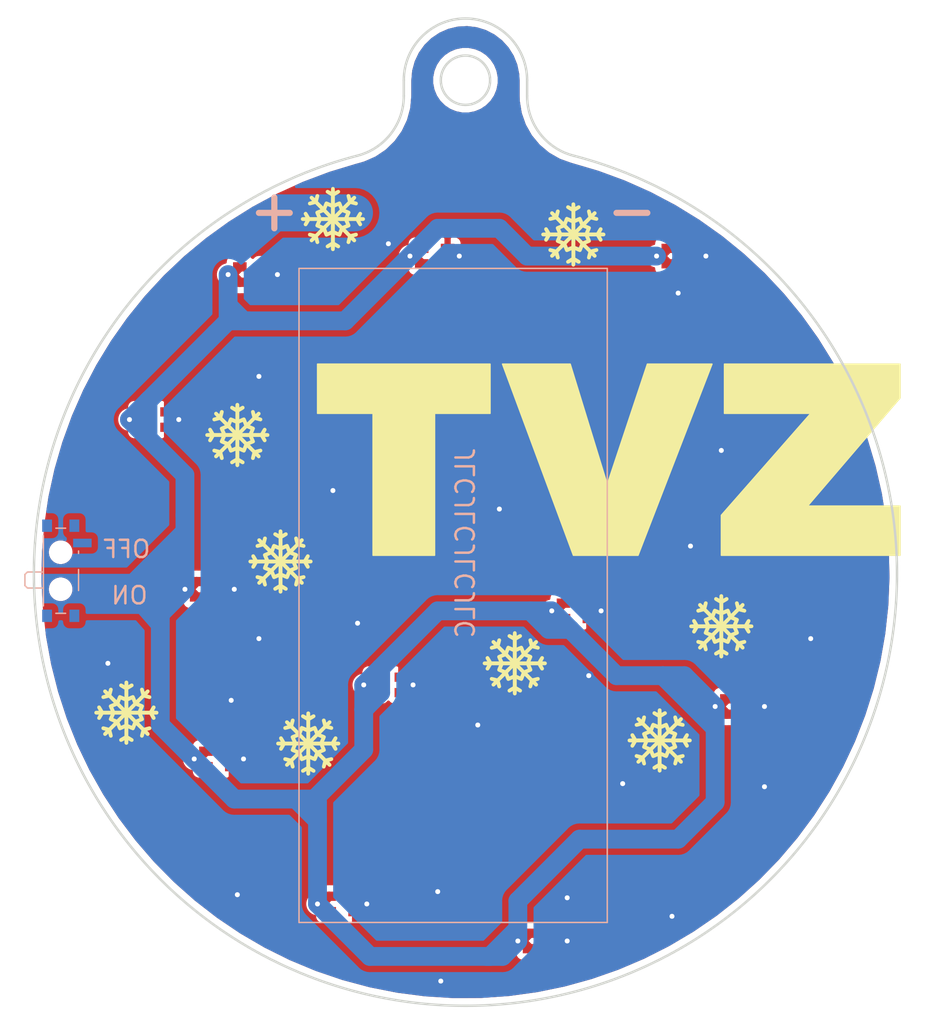
<source format=kicad_pcb>
(kicad_pcb (version 20171130) (host pcbnew "(5.1.10)-1")
  (layers (0 F.Cu signal) (31 B.Cu signal) (34 B.Paste user) (35 F.Paste user) (36 B.SilkS user) (37 F.SilkS user) (38 B.Mask user) (39 F.Mask user) (44 Edge.Cuts user))
  (net 0 "")
  (net 1 "Net-(D1-Pad1)")
  (net 2 "Net-(SW1-Pad3)")
  (net 3 VCC)
  (net 4 GND)
  (module TVZ_kuglica:ukras1 (layer F.Cu) (at 145.75 72.5)
    (fp_text reference G*** hide)
    (fp_text value LOGO hide)
  )
  (module TVZ_kuglica:ukras3 (layer F.Cu) (at 137 68.75)
    (fp_text reference G*** hide)
    (fp_text value LOGO hide)
  )
  (module TVZ_kuglica:ukras1 (layer F.Cu) (at 152.75 113.5)
    (fp_text reference G*** hide)
    (fp_text value LOGO hide)
  )
  (module TVZ_kuglica:ukras1 (layer F.Cu) (at 157.75 104.25)
    (fp_text reference G*** hide)
    (fp_text value LOGO hide)
  )
  (module TVZ_kuglica:ukras1 (layer F.Cu) (at 141 107.25)
    (fp_text reference G*** hide)
    (fp_text value LOGO hide)
  )
  (module TVZ_kuglica:ukras1 (layer F.Cu) (at 124.25 113.75)
    (fp_text reference G*** hide)
    (fp_text value LOGO hide)
  )
  (module TVZ_kuglica:ukras1 (layer F.Cu) (at 109.5 111.25)
    (fp_text reference G*** hide)
    (fp_text value LOGO hide)
  )
  (module TVZ_kuglica:ukras1 (layer F.Cu) (at 122 99)
    (fp_text reference G*** hide)
    (fp_text value LOGO hide)
  )
  (module TVZ_kuglica:ukras1 (layer F.Cu) (at 118.5 88.75)
    (fp_text reference G*** hide)
    (fp_text value LOGO hide)
  )
  (module TVZ_kuglica:ukras1 (layer F.Cu) (at 126.25 71.25)
    (fp_text reference G*** hide)
    (fp_text value LOGO hide)
  )
  (module TVZ_kuglica:BAT-2xAAA-horizontalni_padovi (layer B.Cu) (at 136.5 101.75)
    (fp_text reference BT1 hide)
    (fp_text value 2xAAA)
    (pad 1 smd oval (at -10 -31 90) (size 3 6) (layers B.Cu B.Paste B.Mask) (net 3 VCC))
    (pad 2 smd oval (at 9 -31 270) (size 3 6) (layers B.Cu B.Paste B.Mask) (net 4 GND))
  )
  (module Button_Switch_SMD:SW_SPDT_PCM12 (layer B.Cu) (at 104.5 99.75 90)
    (fp_text reference SW1 hide)
    (fp_text value SW_SPDT)
    (pad "" np_thru_hole circle (at -1.5 -0.33 90) (size 0.9 0.9) (drill 0.9) (layers *.Cu *.Mask))
    (pad "" np_thru_hole circle (at 1.5 -0.33 90) (size 0.9 0.9) (drill 0.9) (layers *.Cu *.Mask))
    (pad 1 smd rect (at -2.25 1.43 90) (size 0.7 1.5) (layers B.Cu B.Paste B.Mask) (net 1 "Net-(D1-Pad1)"))
    (pad 2 smd rect (at 0.75 1.43 90) (size 0.7 1.5) (layers B.Cu B.Paste B.Mask) (net 3 VCC))
    (pad 3 smd rect (at 2.25 1.43 90) (size 0.7 1.5) (layers B.Cu B.Paste B.Mask) (net 2 "Net-(SW1-Pad3)"))
    (pad "" smd rect (at -3.65 -1.43 90) (size 1 0.8) (layers B.Cu B.Paste B.Mask))
    (pad "" smd rect (at 3.65 -1.43 90) (size 1 0.8) (layers B.Cu B.Paste B.Mask))
    (pad "" smd rect (at 3.65 0.78 90) (size 1 0.8) (layers B.Cu B.Paste B.Mask))
    (pad "" smd rect (at -3.65 0.78 90) (size 1 0.8) (layers B.Cu B.Paste B.Mask))
  )
  (module TVZ_kuglica:LED-0807 (layer F.Cu) (at 111.75 87.5)
    (fp_text reference D1 hide)
    (fp_text value RGB)
    (pad 1 smd rect (at -1.05 -0.625) (size 1.1 0.75) (layers F.Cu F.Paste F.Mask) (net 1 "Net-(D1-Pad1)"))
    (pad 2 smd rect (at 1.05 -0.625) (size 1.1 0.75) (layers F.Cu F.Paste F.Mask) (net 4 GND))
    (pad 1 smd rect (at -1.05 0.625) (size 1.1 0.75) (layers F.Cu F.Paste F.Mask) (net 1 "Net-(D1-Pad1)"))
    (pad 2 smd rect (at 1.05 0.625) (size 1.1 0.75) (layers F.Cu F.Paste F.Mask) (net 4 GND))
  )
  (module TVZ_kuglica:LED-0807 (layer F.Cu) (at 119.75 75.75)
    (fp_text reference D2 hide)
    (fp_text value RGB)
    (pad 2 smd rect (at 1.05 0.625) (size 1.1 0.75) (layers F.Cu F.Paste F.Mask) (net 4 GND))
    (pad 1 smd rect (at -1.05 0.625) (size 1.1 0.75) (layers F.Cu F.Paste F.Mask) (net 1 "Net-(D1-Pad1)"))
    (pad 2 smd rect (at 1.05 -0.625) (size 1.1 0.75) (layers F.Cu F.Paste F.Mask) (net 4 GND))
    (pad 1 smd rect (at -1.05 -0.625) (size 1.1 0.75) (layers F.Cu F.Paste F.Mask) (net 1 "Net-(D1-Pad1)"))
  )
  (module TVZ_kuglica:LED-0807 (layer F.Cu) (at 154.5 74.25)
    (fp_text reference D3 hide)
    (fp_text value RGB)
    (pad 1 smd rect (at -1.05 -0.625) (size 1.1 0.75) (layers F.Cu F.Paste F.Mask) (net 1 "Net-(D1-Pad1)"))
    (pad 2 smd rect (at 1.05 -0.625) (size 1.1 0.75) (layers F.Cu F.Paste F.Mask) (net 4 GND))
    (pad 1 smd rect (at -1.05 0.625) (size 1.1 0.75) (layers F.Cu F.Paste F.Mask) (net 1 "Net-(D1-Pad1)"))
    (pad 2 smd rect (at 1.05 0.625) (size 1.1 0.75) (layers F.Cu F.Paste F.Mask) (net 4 GND))
  )
  (module TVZ_kuglica:LED-0807 (layer F.Cu) (at 130.75 109)
    (fp_text reference D4 hide)
    (fp_text value RGB)
    (pad 2 smd rect (at 1.05 0.625) (size 1.1 0.75) (layers F.Cu F.Paste F.Mask) (net 4 GND))
    (pad 1 smd rect (at -1.05 0.625) (size 1.1 0.75) (layers F.Cu F.Paste F.Mask) (net 1 "Net-(D1-Pad1)"))
    (pad 2 smd rect (at 1.05 -0.625) (size 1.1 0.75) (layers F.Cu F.Paste F.Mask) (net 4 GND))
    (pad 1 smd rect (at -1.05 -0.625) (size 1.1 0.75) (layers F.Cu F.Paste F.Mask) (net 1 "Net-(D1-Pad1)"))
  )
  (module TVZ_kuglica:LED-0807 (layer F.Cu) (at 117 115)
    (fp_text reference D5 hide)
    (fp_text value RGB)
    (pad 1 smd rect (at -1.05 -0.625) (size 1.1 0.75) (layers F.Cu F.Paste F.Mask) (net 1 "Net-(D1-Pad1)"))
    (pad 2 smd rect (at 1.05 -0.625) (size 1.1 0.75) (layers F.Cu F.Paste F.Mask) (net 4 GND))
    (pad 1 smd rect (at -1.05 0.625) (size 1.1 0.75) (layers F.Cu F.Paste F.Mask) (net 1 "Net-(D1-Pad1)"))
    (pad 2 smd rect (at 1.05 0.625) (size 1.1 0.75) (layers F.Cu F.Paste F.Mask) (net 4 GND))
  )
  (module TVZ_kuglica:LED-0807 (layer F.Cu) (at 116.25 101.25)
    (fp_text reference D6 hide)
    (fp_text value RGB)
    (pad 2 smd rect (at 1.05 0.625) (size 1.1 0.75) (layers F.Cu F.Paste F.Mask) (net 4 GND))
    (pad 1 smd rect (at -1.05 0.625) (size 1.1 0.75) (layers F.Cu F.Paste F.Mask) (net 1 "Net-(D1-Pad1)"))
    (pad 2 smd rect (at 1.05 -0.625) (size 1.1 0.75) (layers F.Cu F.Paste F.Mask) (net 4 GND))
    (pad 1 smd rect (at -1.05 -0.625) (size 1.1 0.75) (layers F.Cu F.Paste F.Mask) (net 1 "Net-(D1-Pad1)"))
  )
  (module TVZ_kuglica:LED-0807 (layer F.Cu) (at 143.25 129.75)
    (fp_text reference D7 hide)
    (fp_text value RGB)
    (pad 1 smd rect (at -1.05 -0.625) (size 1.1 0.75) (layers F.Cu F.Paste F.Mask) (net 1 "Net-(D1-Pad1)"))
    (pad 2 smd rect (at 1.05 -0.625) (size 1.1 0.75) (layers F.Cu F.Paste F.Mask) (net 4 GND))
    (pad 1 smd rect (at -1.05 0.625) (size 1.1 0.75) (layers F.Cu F.Paste F.Mask) (net 1 "Net-(D1-Pad1)"))
    (pad 2 smd rect (at 1.05 0.625) (size 1.1 0.75) (layers F.Cu F.Paste F.Mask) (net 4 GND))
  )
  (module TVZ_kuglica:LED-0807 (layer F.Cu) (at 159.25 110.75)
    (fp_text reference D8 hide)
    (fp_text value RGB)
    (pad 2 smd rect (at 1.05 0.625) (size 1.1 0.75) (layers F.Cu F.Paste F.Mask) (net 4 GND))
    (pad 1 smd rect (at -1.05 0.625) (size 1.1 0.75) (layers F.Cu F.Paste F.Mask) (net 1 "Net-(D1-Pad1)"))
    (pad 2 smd rect (at 1.05 -0.625) (size 1.1 0.75) (layers F.Cu F.Paste F.Mask) (net 4 GND))
    (pad 1 smd rect (at -1.05 -0.625) (size 1.1 0.75) (layers F.Cu F.Paste F.Mask) (net 1 "Net-(D1-Pad1)"))
  )
  (module TVZ_kuglica:LED-0807 (layer F.Cu) (at 134.5 74.25)
    (fp_text reference D9 hide)
    (fp_text value RGB)
    (pad 1 smd rect (at -1.05 -0.625) (size 1.1 0.75) (layers F.Cu F.Paste F.Mask) (net 1 "Net-(D1-Pad1)"))
    (pad 2 smd rect (at 1.05 -0.625) (size 1.1 0.75) (layers F.Cu F.Paste F.Mask) (net 4 GND))
    (pad 1 smd rect (at -1.05 0.625) (size 1.1 0.75) (layers F.Cu F.Paste F.Mask) (net 1 "Net-(D1-Pad1)"))
    (pad 2 smd rect (at 1.05 0.625) (size 1.1 0.75) (layers F.Cu F.Paste F.Mask) (net 4 GND))
  )
  (module TVZ_kuglica:LED-0807 (layer F.Cu) (at 146 103)
    (fp_text reference D10 hide)
    (fp_text value RGB)
    (pad 2 smd rect (at 1.05 0.625) (size 1.1 0.75) (layers F.Cu F.Paste F.Mask) (net 4 GND))
    (pad 1 smd rect (at -1.05 0.625) (size 1.1 0.75) (layers F.Cu F.Paste F.Mask) (net 1 "Net-(D1-Pad1)"))
    (pad 2 smd rect (at 1.05 -0.625) (size 1.1 0.75) (layers F.Cu F.Paste F.Mask) (net 4 GND))
    (pad 1 smd rect (at -1.05 -0.625) (size 1.1 0.75) (layers F.Cu F.Paste F.Mask) (net 1 "Net-(D1-Pad1)"))
  )
  (module TVZ_kuglica:LED-0807 (layer F.Cu) (at 127 126.75)
    (fp_text reference D11 hide)
    (fp_text value RGB)
    (pad 1 smd rect (at -1.05 -0.625) (size 1.1 0.75) (layers F.Cu F.Paste F.Mask) (net 1 "Net-(D1-Pad1)"))
    (pad 2 smd rect (at 1.05 -0.625) (size 1.1 0.75) (layers F.Cu F.Paste F.Mask) (net 4 GND))
    (pad 1 smd rect (at -1.05 0.625) (size 1.1 0.75) (layers F.Cu F.Paste F.Mask) (net 1 "Net-(D1-Pad1)"))
    (pad 2 smd rect (at 1.05 0.625) (size 1.1 0.75) (layers F.Cu F.Paste F.Mask) (net 4 GND))
  )
  (gr_poly (pts (xy 172.25 85.75) (xy 164.75 94.5) (xy 172.25 94.5) (xy 172.25 98.5) (xy 157.75 98.5) (xy 157.75 95.25) (xy 165 87) (xy 158 87) (xy 158 83) (xy 172.25 83)) (layer F.SilkS) (width 0.1))
  (gr_poly (pts (xy 148.5 92.75) (xy 151.75 83) (xy 157 83) (xy 151 98.5) (xy 145.75 98.5) (xy 140 83) (xy 145.5 83)) (layer F.SilkS) (width 0.1))
  (gr_poly (pts (xy 139 87) (xy 134.5 87) (xy 134.5 98.5) (xy 129.5 98.5) (xy 129.5 87) (xy 125 87) (xy 125 83) (xy 139 83)) (layer F.SilkS) (width 0.1))
  (gr_line (start 132 61.270167) (end 132 60) (layer Edge.Cuts) (width 0.2))
  (gr_arc (start 147 61.270167) (end 142 61.270167) (angle -75.52248781) (layer Edge.Cuts) (width 0.2))
  (gr_arc (start 137 60) (end 142 60) (angle -180) (layer Edge.Cuts) (width 0.2))
  (gr_arc (start 137 100) (end 128.249999 66.111396) (angle -331.0449756) (layer Edge.Cuts) (width 0.2))
  (gr_arc (start 126.999999 61.270167) (end 128.249999 66.111396) (angle -75.52248781) (layer Edge.Cuts) (width 0.2))
  (gr_line (start 142 60) (end 142 61.270167) (layer Edge.Cuts) (width 0.2))
  (gr_text ON (at 109.75 101.75) (layer B.SilkS) (effects (font (size 1.4 1.4) (thickness 0.2)) (justify mirror)))
  (gr_text OFF (at 109.5 98) (layer B.SilkS) (effects (font (size 1.4 1.4) (thickness 0.2)) (justify mirror)))
  (gr_text JLCJLCJLCJLC (at 137 97.5 90) (layer B.SilkS) (effects (font (size 1.5 1.5) (thickness 0.2)) (justify mirror)))
  (gr_circle (center 137 60) (end 139 60) (layer Edge.Cuts) (width 0.2))
  (via (at 144 103) (size 0.8) (drill 0.4) (layers F.Cu B.Cu) (net 1))
  (via (at 157.25 110.75) (size 0.8) (drill 0.4) (layers F.Cu B.Cu) (net 1))
  (via (at 141.25 129.75) (size 0.8) (drill 0.4) (layers F.Cu B.Cu) (net 1))
  (via (at 109.75 87.5) (size 0.8) (drill 0.4) (layers F.Cu B.Cu) (net 1))
  (via (at 117.75 75.75) (size 0.8) (drill 0.4) (layers F.Cu B.Cu) (net 1))
  (via (at 132.5 74.25) (size 0.8) (drill 0.4) (layers F.Cu B.Cu) (net 1))
  (via (at 152.5 74.25) (size 0.8) (drill 0.4) (layers F.Cu B.Cu) (net 1))
  (via (at 128.75 109) (size 0.8) (drill 0.4) (layers F.Cu B.Cu) (net 1))
  (via (at 114.25 101.25) (size 0.8) (drill 0.4) (layers F.Cu B.Cu) (net 1))
  (via (at 115 115) (size 0.8) (drill 0.4) (layers F.Cu B.Cu) (net 1))
  (segment (start 115.325 115) (end 115.95 114.375) (width 0.762) (layer F.Cu) (net 1))
  (segment (start 115.325 115) (end 115.95 115.625) (width 0.762) (layer F.Cu) (net 1))
  (segment (start 115 115) (end 115.325 115) (width 0.762) (layer F.Cu) (net 1))
  (segment (start 114.575 101.25) (end 115.2 100.625) (width 0.762) (layer F.Cu) (net 1))
  (segment (start 114.575 101.25) (end 115.2 101.875) (width 0.762) (layer F.Cu) (net 1))
  (segment (start 114.25 101.25) (end 114.575 101.25) (width 0.762) (layer F.Cu) (net 1))
  (segment (start 129.075 109) (end 129.7 109.625) (width 0.762) (layer F.Cu) (net 1))
  (segment (start 129.075 109) (end 129.7 108.375) (width 0.762) (layer F.Cu) (net 1))
  (segment (start 128.75 109) (end 129.075 109) (width 0.762) (layer F.Cu) (net 1))
  (segment (start 152.825 74.25) (end 153.45 74.875) (width 0.762) (layer F.Cu) (net 1))
  (segment (start 152.825 74.25) (end 153.45 73.625) (width 0.762) (layer F.Cu) (net 1))
  (segment (start 157.575 110.75) (end 158.2 110.125) (width 0.762) (layer F.Cu) (net 1))
  (segment (start 157.575 110.75) (end 158.2 111.375) (width 0.762) (layer F.Cu) (net 1))
  (segment (start 157.25 110.75) (end 157.575 110.75) (width 0.762) (layer F.Cu) (net 1))
  (segment (start 144.325 103) (end 144.95 102.375) (width 0.762) (layer F.Cu) (net 1))
  (segment (start 144.325 103) (end 144.95 103.625) (width 0.762) (layer F.Cu) (net 1))
  (segment (start 144 103) (end 144.325 103) (width 0.762) (layer F.Cu) (net 1))
  (segment (start 110.075 87.5) (end 110.7 86.875) (width 0.762) (layer F.Cu) (net 1))
  (segment (start 110.075 87.5) (end 110.7 88.125) (width 0.762) (layer F.Cu) (net 1))
  (segment (start 109.75 87.5) (end 110.075 87.5) (width 0.762) (layer F.Cu) (net 1))
  (segment (start 118.075 75.75) (end 118.7 75.125) (width 0.762) (layer F.Cu) (net 1))
  (segment (start 118.075 75.75) (end 118.7 76.375) (width 0.762) (layer F.Cu) (net 1))
  (segment (start 117.75 75.75) (end 118.075 75.75) (width 0.762) (layer F.Cu) (net 1))
  (segment (start 132.825 74.25) (end 133.45 73.625) (width 0.762) (layer F.Cu) (net 1))
  (segment (start 132.825 74.25) (end 133.45 74.875) (width 0.762) (layer F.Cu) (net 1))
  (segment (start 141.575 129.75) (end 142.2 130.375) (width 0.762) (layer F.Cu) (net 1))
  (segment (start 141.575 129.75) (end 142.2 129.125) (width 0.762) (layer F.Cu) (net 1))
  (segment (start 141.25 129.75) (end 141.575 129.75) (width 0.762) (layer F.Cu) (net 1))
  (segment (start 115 115) (end 112.25 112.25) (width 1.524) (layer B.Cu) (net 1))
  (segment (start 112.25 112.25) (end 112.25 103.25) (width 1.524) (layer B.Cu) (net 1))
  (segment (start 112.25 103.25) (end 114.25 101.25) (width 1.524) (layer B.Cu) (net 1))
  (segment (start 114.25 95.25) (end 114.25 92) (width 1.524) (layer B.Cu) (net 1))
  (segment (start 111.25 86) (end 111.375 85.875) (width 1.524) (layer B.Cu) (net 1))
  (segment (start 111.375 85.875) (end 116.75 80.5) (width 1.524) (layer B.Cu) (net 1))
  (segment (start 109.75 87.5) (end 111.375 85.875) (width 1.524) (layer B.Cu) (net 1))
  (segment (start 111.25 89) (end 111.25 86) (width 1.524) (layer B.Cu) (net 1))
  (segment (start 114.25 92) (end 111.25 89) (width 1.524) (layer B.Cu) (net 1))
  (segment (start 111.25 89) (end 109.75 87.5) (width 1.524) (layer B.Cu) (net 1))
  (segment (start 145.5 104.5) (end 143.75 104.5) (width 1.524) (layer B.Cu) (net 1))
  (segment (start 142.25 103) (end 134.75 103) (width 1.524) (layer B.Cu) (net 1))
  (segment (start 143.75 104.5) (end 142.25 103) (width 1.524) (layer B.Cu) (net 1))
  (segment (start 144 103) (end 142.25 103) (width 1.524) (layer B.Cu) (net 1))
  (segment (start 145.5 104.5) (end 144 103) (width 1.524) (layer B.Cu) (net 1))
  (segment (start 128.75 114.25) (end 124.75 118.25) (width 1.524) (layer B.Cu) (net 1))
  (segment (start 118.25 118.25) (end 115 115) (width 1.524) (layer B.Cu) (net 1))
  (segment (start 130.125 109.625) (end 128.75 111) (width 1.524) (layer B.Cu) (net 1))
  (segment (start 128.75 111) (end 128.75 114.25) (width 1.524) (layer B.Cu) (net 1))
  (segment (start 128.75 109) (end 128.75 111) (width 1.524) (layer B.Cu) (net 1))
  (segment (start 134.75 103) (end 130.125 107.625) (width 1.524) (layer B.Cu) (net 1))
  (segment (start 130.125 107.625) (end 130.125 109.625) (width 1.524) (layer B.Cu) (net 1))
  (segment (start 130.125 107.625) (end 128.75 109) (width 1.524) (layer B.Cu) (net 1))
  (segment (start 134.75 72) (end 132.5 74.25) (width 1.524) (layer B.Cu) (net 1))
  (segment (start 139.75 72) (end 134.75 72) (width 1.524) (layer B.Cu) (net 1))
  (segment (start 142 74.25) (end 139.75 72) (width 1.524) (layer B.Cu) (net 1))
  (segment (start 152.5 74.25) (end 142 74.25) (width 1.524) (layer B.Cu) (net 1))
  (segment (start 117.75 79.5) (end 116.75 80.5) (width 1.524) (layer B.Cu) (net 1))
  (segment (start 127.25 79.5) (end 132.5 74.25) (width 1.524) (layer B.Cu) (net 1))
  (segment (start 119 79.5) (end 117.75 78.25) (width 1.524) (layer B.Cu) (net 1))
  (segment (start 119.5 79.5) (end 119 79.5) (width 1.524) (layer B.Cu) (net 1))
  (segment (start 117.75 75.75) (end 117.75 78.25) (width 1.524) (layer B.Cu) (net 1))
  (segment (start 117.75 79.5) (end 119.5 79.5) (width 1.524) (layer B.Cu) (net 1))
  (segment (start 117.75 78.25) (end 117.75 79.5) (width 1.524) (layer B.Cu) (net 1))
  (segment (start 119.5 79.5) (end 127.25 79.5) (width 1.524) (layer B.Cu) (net 1))
  (segment (start 141.25 126.5) (end 146.25 121.5) (width 1.524) (layer B.Cu) (net 1))
  (segment (start 146.25 121.5) (end 154.25 121.5) (width 1.524) (layer B.Cu) (net 1))
  (segment (start 154.25 121.5) (end 157.25 118.5) (width 1.524) (layer B.Cu) (net 1))
  (segment (start 157.25 112.5) (end 157.25 110.75) (width 1.524) (layer B.Cu) (net 1))
  (segment (start 157.25 118.5) (end 157.25 112.5) (width 1.524) (layer B.Cu) (net 1))
  (segment (start 157.25 110.75) (end 154.75 108.25) (width 1.524) (layer B.Cu) (net 1))
  (segment (start 149.25 108.25) (end 147.75 106.75) (width 1.524) (layer B.Cu) (net 1))
  (segment (start 147.75 106.75) (end 145.5 104.5) (width 1.524) (layer B.Cu) (net 1))
  (segment (start 157.25 112.5) (end 153 108.25) (width 1.524) (layer B.Cu) (net 1))
  (segment (start 153 108.25) (end 149.25 108.25) (width 1.524) (layer B.Cu) (net 1))
  (segment (start 154.75 108.25) (end 153 108.25) (width 1.524) (layer B.Cu) (net 1))
  (segment (start 112.25 101.25) (end 114.25 99.25) (width 1.524) (layer B.Cu) (net 1))
  (segment (start 112.25 103.25) (end 112.25 101.25) (width 1.524) (layer B.Cu) (net 1))
  (segment (start 114.25 99.25) (end 114.25 95.25) (width 1.524) (layer B.Cu) (net 1))
  (segment (start 114.25 101.25) (end 114.25 99.25) (width 1.524) (layer B.Cu) (net 1))
  (via (at 125 126.75) (size 0.8) (drill 0.4) (layers F.Cu B.Cu) (net 1))
  (segment (start 125.325 126.75) (end 125.95 126.125) (width 0.762) (layer F.Cu) (net 1))
  (segment (start 125.325 126.75) (end 125.95 127.375) (width 0.762) (layer F.Cu) (net 1))
  (segment (start 125 126.75) (end 125.325 126.75) (width 0.762) (layer F.Cu) (net 1))
  (segment (start 125 118.5) (end 124.75 118.25) (width 1.524) (layer B.Cu) (net 1))
  (segment (start 123.25 118.25) (end 125 120) (width 1.524) (layer B.Cu) (net 1))
  (segment (start 125 120) (end 125 118.5) (width 1.524) (layer B.Cu) (net 1))
  (segment (start 124.75 118.25) (end 123.25 118.25) (width 1.524) (layer B.Cu) (net 1))
  (segment (start 125 126.75) (end 125 120) (width 1.524) (layer B.Cu) (net 1))
  (segment (start 123.25 118.25) (end 118.25 118.25) (width 1.524) (layer B.Cu) (net 1))
  (segment (start 141.25 129.75) (end 140 131) (width 1.524) (layer B.Cu) (net 1))
  (segment (start 129.25 131) (end 125 126.75) (width 1.524) (layer B.Cu) (net 1))
  (segment (start 138.75 131) (end 139 131) (width 1.524) (layer B.Cu) (net 1))
  (segment (start 139 131) (end 141.25 128.75) (width 1.524) (layer B.Cu) (net 1))
  (segment (start 141.25 128.75) (end 141.25 126.5) (width 1.524) (layer B.Cu) (net 1))
  (segment (start 141.25 129.75) (end 141.25 128.75) (width 1.524) (layer B.Cu) (net 1))
  (segment (start 140 131) (end 138.75 131) (width 1.524) (layer B.Cu) (net 1))
  (segment (start 138.75 131) (end 129.25 131) (width 1.524) (layer B.Cu) (net 1))
  (segment (start 105.93 99) (end 108.75 99) (width 0.762) (layer B.Cu) (net 3))
  (segment (start 108.75 99) (end 109.75 98) (width 0.762) (layer B.Cu) (net 3))
  (segment (start 109.75 98) (end 109.75 94) (width 0.762) (layer B.Cu) (net 3))
  (segment (start 109.75 94) (end 107.25 91.5) (width 0.762) (layer B.Cu) (net 3))
  (segment (start 107.25 91.5) (end 107.25 86) (width 0.762) (layer B.Cu) (net 3))
  (segment (start 107.25 86) (end 113.5 79.75) (width 0.762) (layer B.Cu) (net 3))
  (segment (start 113.5 79.75) (end 113.5 77) (width 0.762) (layer B.Cu) (net 3))
  (segment (start 119.75 70.75) (end 126.5 70.75) (width 0.762) (layer B.Cu) (net 3))
  (segment (start 113.5 77) (end 119.75 70.75) (width 0.762) (layer B.Cu) (net 3))
  (via (at 118.5 126) (size 0.8) (drill 0.4) (layers F.Cu B.Cu) (net 4))
  (via (at 134.75 125.75) (size 0.8) (drill 0.4) (layers F.Cu B.Cu) (net 4))
  (via (at 135 133) (size 0.8) (drill 0.4) (layers F.Cu B.Cu) (net 4))
  (via (at 145.25 126.25) (size 0.8) (drill 0.4) (layers F.Cu B.Cu) (net 4))
  (via (at 153.75 127.75) (size 0.8) (drill 0.4) (layers F.Cu B.Cu) (net 4))
  (via (at 154.25 77.25) (size 0.8) (drill 0.4) (layers F.Cu B.Cu) (net 4))
  (via (at 130.75 73.25) (size 0.8) (drill 0.4) (layers F.Cu B.Cu) (net 4))
  (via (at 120.25 84) (size 0.8) (drill 0.4) (layers F.Cu B.Cu) (net 4))
  (via (at 126.25 93.25) (size 0.8) (drill 0.4) (layers F.Cu B.Cu) (net 4))
  (via (at 120.25 105.25) (size 0.8) (drill 0.4) (layers F.Cu B.Cu) (net 4))
  (via (at 128.25 104) (size 0.8) (drill 0.4) (layers F.Cu B.Cu) (net 4))
  (via (at 108 107.25) (size 0.8) (drill 0.4) (layers F.Cu B.Cu) (net 4))
  (via (at 118 110.25) (size 0.8) (drill 0.4) (layers F.Cu B.Cu) (net 4))
  (via (at 138 112.25) (size 0.8) (drill 0.4) (layers F.Cu B.Cu) (net 4))
  (via (at 149.75 117) (size 0.8) (drill 0.4) (layers F.Cu B.Cu) (net 4))
  (via (at 147 108.25) (size 0.8) (drill 0.4) (layers F.Cu B.Cu) (net 4))
  (via (at 165 105.25) (size 0.8) (drill 0.4) (layers F.Cu B.Cu) (net 4))
  (via (at 161.25 117.25) (size 0.8) (drill 0.4) (layers F.Cu B.Cu) (net 4))
  (via (at 155.25 97.75) (size 0.8) (drill 0.4) (layers F.Cu B.Cu) (net 4))
  (via (at 157.75 90) (size 0.8) (drill 0.4) (layers F.Cu B.Cu) (net 4))
  (via (at 139.75 94.75) (size 0.8) (drill 0.4) (layers F.Cu B.Cu) (net 4))
  (via (at 161.25 110.75) (size 0.8) (drill 0.4) (layers F.Cu B.Cu) (net 4))
  (via (at 132.75 109) (size 0.8) (drill 0.4) (layers F.Cu B.Cu) (net 4))
  (via (at 148 103) (size 0.8) (drill 0.4) (layers F.Cu B.Cu) (net 4))
  (via (at 119 115) (size 0.8) (drill 0.4) (layers F.Cu B.Cu) (net 4))
  (via (at 118.25 101.25) (size 0.8) (drill 0.4) (layers F.Cu B.Cu) (net 4))
  (via (at 145.25 129.75) (size 0.8) (drill 0.4) (layers F.Cu B.Cu) (net 4))
  (via (at 113.75 87.5) (size 0.8) (drill 0.4) (layers F.Cu B.Cu) (net 4))
  (via (at 136.5 74.25) (size 0.8) (drill 0.4) (layers F.Cu B.Cu) (net 4))
  (via (at 156.5 74.25) (size 0.8) (drill 0.4) (layers F.Cu B.Cu) (net 4))
  (via (at 121.75 75.75) (size 0.8) (drill 0.4) (layers F.Cu B.Cu) (net 4))
  (via (at 129 126.75) (size 0.8) (drill 0.4) (layers F.Cu B.Cu) (net 4))
  (zone (net 4) (net_name GND) (layer F.Cu) (connect_pads (clearance 0.508)) (min_thickness 0.254) (fill yes (arc_segments 32) (thermal_gap 0.508) (thermal_bridge_width 0.508))
    (polygon (pts (xy 175.75 53.5) (xy 175.75 136.5) (xy 99.25 136.5) (xy 99.25 53.75)))
  )
  (zone (net 4) (net_name GND) (layer B.Cu) (connect_pads yes (clearance 0.508)) (min_thickness 0.254) (fill yes (arc_segments 32) (thermal_gap 0.508) (thermal_bridge_width 0.508))
    (polygon (pts (xy 175.75 53.5) (xy 175.75 136.5) (xy 99.25 136.5) (xy 99.25 53.75)))
  )
  (zone (net 3) (net_name VCC) (layer B.Cu) (priority 1) (connect_pads yes (clearance 0.508)) (min_thickness 0.254) (fill yes (arc_segments 32) (thermal_gap 0.508) (thermal_bridge_width 0.508))
    (polygon (pts (xy 125 72.25) (xy 122 72.25) (xy 116.75 76.75) (xy 116.5 80.75) (xy 111 86.25) (xy 110.75 88.25) (xy 113.75 91.5) (xy 113.75 96) (xy 109.75 100) (xy 101.25 100) (xy 101.25 69.25) (xy 125 69.25)))
  )
  (zone (net 1) (net_name "Net-(D1-Pad1)") (layer B.Cu) (priority 2) (connect_pads yes (clearance 0.508)) (min_thickness 0.254) (fill yes (arc_segments 32) (thermal_gap 0.508) (thermal_bridge_width 0.508))
    (polygon (pts (xy 114.25 101.25) (xy 112.25 103.25) (xy 112.25 105.25) (xy 110.5 103.25) (xy 101.25 103.25) (xy 101.25 100) (xy 109.75 100) (xy 114.25 95.5)))
  )
)
</source>
